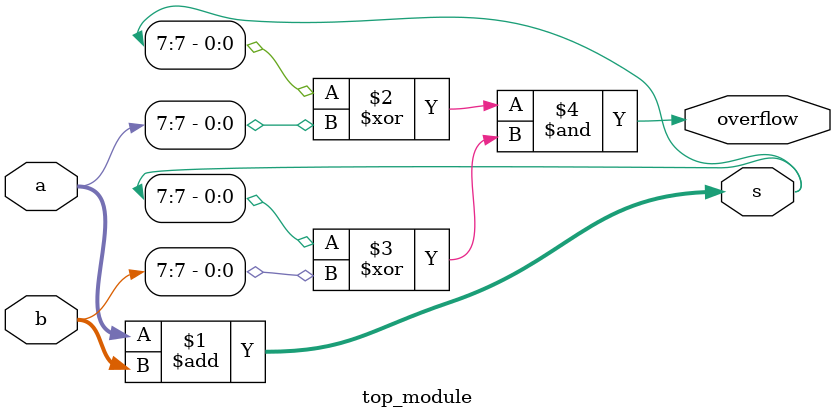
<source format=v>
module top_module (
    input [7:0] a,
    input [7:0] b,
    output [7:0] s,
    output overflow
); //
 
    assign s = a+b;
    assign overflow = ((s[7] ^ a[7] ))&((s[7] ^ b[7])); 

endmodule

</source>
